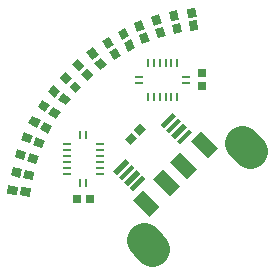
<source format=gts>
G04 (created by PCBNEW (2013-jul-07)-stable) date Tue 08 Dec 2015 07:46:21 AM CST*
%MOIN*%
G04 Gerber Fmt 3.4, Leading zero omitted, Abs format*
%FSLAX34Y34*%
G01*
G70*
G90*
G04 APERTURE LIST*
%ADD10C,0.00590551*%
%ADD11R,0.0315X0.0275*%
%ADD12R,0.0275X0.0315*%
%ADD13R,0.0314961X0.00984252*%
%ADD14R,0.00984252X0.0314961*%
%ADD15C,0.11811*%
G04 APERTURE END LIST*
G54D10*
G36*
X71544Y-10843D02*
X71817Y-10807D01*
X71858Y-11120D01*
X71585Y-11155D01*
X71544Y-10843D01*
X71544Y-10843D01*
G37*
G36*
X71488Y-10415D02*
X71760Y-10379D01*
X71801Y-10691D01*
X71529Y-10727D01*
X71488Y-10415D01*
X71488Y-10415D01*
G37*
G36*
X70980Y-10953D02*
X71249Y-10893D01*
X71317Y-11201D01*
X71048Y-11260D01*
X70980Y-10953D01*
X70980Y-10953D01*
G37*
G36*
X70887Y-10531D02*
X71155Y-10471D01*
X71223Y-10779D01*
X70955Y-10838D01*
X70887Y-10531D01*
X70887Y-10531D01*
G37*
G36*
X70417Y-11101D02*
X70680Y-11018D01*
X70774Y-11318D01*
X70512Y-11401D01*
X70417Y-11101D01*
X70417Y-11101D01*
G37*
G36*
X70288Y-10689D02*
X70550Y-10606D01*
X70645Y-10906D01*
X70382Y-10989D01*
X70288Y-10689D01*
X70288Y-10689D01*
G37*
G36*
X69875Y-11307D02*
X70129Y-11202D01*
X70250Y-11493D01*
X69996Y-11598D01*
X69875Y-11307D01*
X69875Y-11307D01*
G37*
G36*
X69710Y-10908D02*
X69964Y-10803D01*
X70084Y-11094D01*
X69830Y-11199D01*
X69710Y-10908D01*
X69710Y-10908D01*
G37*
G36*
X69373Y-11572D02*
X69617Y-11445D01*
X69762Y-11724D01*
X69519Y-11851D01*
X69373Y-11572D01*
X69373Y-11572D01*
G37*
G36*
X69174Y-11188D02*
X69418Y-11061D01*
X69563Y-11341D01*
X69319Y-11468D01*
X69174Y-11188D01*
X69174Y-11188D01*
G37*
G36*
X68872Y-11875D02*
X69104Y-11727D01*
X69273Y-11993D01*
X69041Y-12140D01*
X68872Y-11875D01*
X68872Y-11875D01*
G37*
G36*
X68640Y-11510D02*
X68871Y-11363D01*
X69041Y-11628D01*
X68809Y-11776D01*
X68640Y-11510D01*
X68640Y-11510D01*
G37*
G36*
X68391Y-12216D02*
X68609Y-12049D01*
X68801Y-12299D01*
X68582Y-12466D01*
X68391Y-12216D01*
X68391Y-12216D01*
G37*
G36*
X68128Y-11874D02*
X68346Y-11706D01*
X68538Y-11956D01*
X68319Y-12123D01*
X68128Y-11874D01*
X68128Y-11874D01*
G37*
G36*
X67949Y-12596D02*
X68152Y-12410D01*
X68365Y-12643D01*
X68162Y-12828D01*
X67949Y-12596D01*
X67949Y-12596D01*
G37*
G36*
X67658Y-12278D02*
X67860Y-12092D01*
X68073Y-12324D01*
X67870Y-12510D01*
X67658Y-12278D01*
X67658Y-12278D01*
G37*
G36*
X67548Y-13014D02*
X67734Y-12812D01*
X67966Y-13024D01*
X67780Y-13227D01*
X67548Y-13014D01*
X67548Y-13014D01*
G37*
G36*
X67230Y-12723D02*
X67415Y-12520D01*
X67648Y-12733D01*
X67462Y-12935D01*
X67230Y-12723D01*
X67230Y-12723D01*
G37*
G36*
X67187Y-13451D02*
X67354Y-13233D01*
X67604Y-13425D01*
X67437Y-13643D01*
X67187Y-13451D01*
X67187Y-13451D01*
G37*
G36*
X66844Y-13188D02*
X67011Y-12970D01*
X67261Y-13162D01*
X67094Y-13380D01*
X66844Y-13188D01*
X66844Y-13188D01*
G37*
G36*
X66865Y-13926D02*
X67012Y-13694D01*
X67278Y-13864D01*
X67130Y-14096D01*
X66865Y-13926D01*
X66865Y-13926D01*
G37*
G36*
X66500Y-13694D02*
X66648Y-13462D01*
X66914Y-13632D01*
X66766Y-13864D01*
X66500Y-13694D01*
X66500Y-13694D01*
G37*
G36*
X66582Y-14440D02*
X66709Y-14196D01*
X66989Y-14341D01*
X66862Y-14585D01*
X66582Y-14440D01*
X66582Y-14440D01*
G37*
G36*
X66199Y-14240D02*
X66326Y-13996D01*
X66606Y-14142D01*
X66479Y-14386D01*
X66199Y-14240D01*
X66199Y-14240D01*
G37*
G36*
X66359Y-14952D02*
X66464Y-14698D01*
X66755Y-14819D01*
X66650Y-15073D01*
X66359Y-14952D01*
X66359Y-14952D01*
G37*
G36*
X65960Y-14787D02*
X66065Y-14533D01*
X66356Y-14653D01*
X66251Y-14907D01*
X65960Y-14787D01*
X65960Y-14787D01*
G37*
G36*
X66156Y-15503D02*
X66238Y-15240D01*
X66539Y-15335D01*
X66456Y-15597D01*
X66156Y-15503D01*
X66156Y-15503D01*
G37*
G36*
X65744Y-15373D02*
X65826Y-15110D01*
X66127Y-15205D01*
X66044Y-15467D01*
X65744Y-15373D01*
X65744Y-15373D01*
G37*
G36*
X66031Y-16072D02*
X66090Y-15803D01*
X66398Y-15871D01*
X66338Y-16140D01*
X66031Y-16072D01*
X66031Y-16072D01*
G37*
G36*
X65609Y-15978D02*
X65669Y-15710D01*
X65976Y-15778D01*
X65917Y-16046D01*
X65609Y-15978D01*
X65609Y-15978D01*
G37*
G36*
X65925Y-16640D02*
X65961Y-16367D01*
X66274Y-16408D01*
X66238Y-16681D01*
X65925Y-16640D01*
X65925Y-16640D01*
G37*
G36*
X65497Y-16583D02*
X65533Y-16310D01*
X65845Y-16352D01*
X65809Y-16624D01*
X65497Y-16583D01*
X65497Y-16583D01*
G37*
G54D11*
X67815Y-16751D03*
X68247Y-16751D03*
G54D12*
X71988Y-12559D03*
X71988Y-12991D03*
G54D10*
G36*
X69625Y-14550D02*
X69819Y-14744D01*
X69596Y-14967D01*
X69402Y-14773D01*
X69625Y-14550D01*
X69625Y-14550D01*
G37*
G36*
X69930Y-14244D02*
X70125Y-14439D01*
X69902Y-14662D01*
X69707Y-14467D01*
X69930Y-14244D01*
X69930Y-14244D01*
G37*
G54D13*
X67480Y-15334D03*
X67480Y-15531D03*
X67480Y-15728D03*
X67480Y-15925D03*
X67480Y-15137D03*
X67480Y-14940D03*
X68582Y-15531D03*
X68582Y-15728D03*
X68582Y-15925D03*
X68582Y-15334D03*
X68582Y-15137D03*
X68582Y-14940D03*
G54D14*
X67933Y-16220D03*
X68129Y-16220D03*
X67933Y-14645D03*
X68129Y-14645D03*
X70767Y-12244D03*
X70570Y-12244D03*
X70374Y-12244D03*
X70177Y-12244D03*
X70964Y-12244D03*
X71161Y-12244D03*
X70570Y-13346D03*
X70374Y-13346D03*
X70177Y-13346D03*
X70767Y-13346D03*
X70964Y-13346D03*
X71161Y-13346D03*
G54D13*
X69881Y-12696D03*
X69881Y-12893D03*
X71456Y-12696D03*
X71456Y-12893D03*
G54D10*
G36*
X69575Y-16386D02*
X69985Y-15976D01*
X70101Y-16093D01*
X69692Y-16502D01*
X69575Y-16386D01*
X69575Y-16386D01*
G37*
G36*
X70595Y-14291D02*
X71004Y-13882D01*
X71116Y-13993D01*
X70706Y-14403D01*
X70595Y-14291D01*
X70595Y-14291D01*
G37*
G36*
X69032Y-15843D02*
X69442Y-15433D01*
X69558Y-15550D01*
X69149Y-15959D01*
X69032Y-15843D01*
X69032Y-15843D01*
G37*
G36*
X69213Y-16024D02*
X69623Y-15614D01*
X69739Y-15731D01*
X69330Y-16140D01*
X69213Y-16024D01*
X69213Y-16024D01*
G37*
G36*
X69394Y-16205D02*
X69804Y-15795D01*
X69920Y-15912D01*
X69511Y-16321D01*
X69394Y-16205D01*
X69394Y-16205D01*
G37*
G36*
X71134Y-14827D02*
X71543Y-14418D01*
X71660Y-14535D01*
X71251Y-14944D01*
X71134Y-14827D01*
X71134Y-14827D01*
G37*
G36*
X70953Y-14646D02*
X71362Y-14237D01*
X71479Y-14354D01*
X71069Y-14763D01*
X70953Y-14646D01*
X70953Y-14646D01*
G37*
G36*
X70770Y-14467D02*
X71180Y-14057D01*
X71296Y-14174D01*
X70887Y-14583D01*
X70770Y-14467D01*
X70770Y-14467D01*
G37*
G54D15*
X70043Y-18142D02*
X70321Y-18421D01*
X73300Y-14885D02*
X73578Y-15164D01*
G54D10*
G36*
X72172Y-15400D02*
X71616Y-14844D01*
X71950Y-14509D01*
X72506Y-15066D01*
X72172Y-15400D01*
X72172Y-15400D01*
G37*
G36*
X71476Y-16096D02*
X70920Y-15539D01*
X71254Y-15205D01*
X71811Y-15762D01*
X71476Y-16096D01*
X71476Y-16096D01*
G37*
G36*
X70920Y-16653D02*
X70363Y-16096D01*
X70697Y-15762D01*
X71254Y-16319D01*
X70920Y-16653D01*
X70920Y-16653D01*
G37*
G36*
X70224Y-17349D02*
X69667Y-16792D01*
X70001Y-16458D01*
X70558Y-17015D01*
X70224Y-17349D01*
X70224Y-17349D01*
G37*
M02*

</source>
